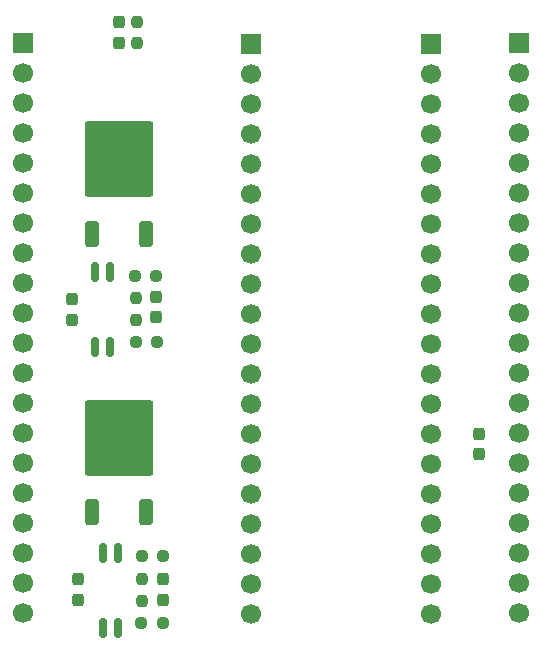
<source format=gbr>
%TF.GenerationSoftware,KiCad,Pcbnew,9.0.2*%
%TF.CreationDate,2025-06-04T20:07:21+07:00*%
%TF.ProjectId,Pneumatic,506e6575-6d61-4746-9963-2e6b69636164,rev?*%
%TF.SameCoordinates,Original*%
%TF.FileFunction,Soldermask,Top*%
%TF.FilePolarity,Negative*%
%FSLAX46Y46*%
G04 Gerber Fmt 4.6, Leading zero omitted, Abs format (unit mm)*
G04 Created by KiCad (PCBNEW 9.0.2) date 2025-06-04 20:07:21*
%MOMM*%
%LPD*%
G01*
G04 APERTURE LIST*
G04 Aperture macros list*
%AMRoundRect*
0 Rectangle with rounded corners*
0 $1 Rounding radius*
0 $2 $3 $4 $5 $6 $7 $8 $9 X,Y pos of 4 corners*
0 Add a 4 corners polygon primitive as box body*
4,1,4,$2,$3,$4,$5,$6,$7,$8,$9,$2,$3,0*
0 Add four circle primitives for the rounded corners*
1,1,$1+$1,$2,$3*
1,1,$1+$1,$4,$5*
1,1,$1+$1,$6,$7*
1,1,$1+$1,$8,$9*
0 Add four rect primitives between the rounded corners*
20,1,$1+$1,$2,$3,$4,$5,0*
20,1,$1+$1,$4,$5,$6,$7,0*
20,1,$1+$1,$6,$7,$8,$9,0*
20,1,$1+$1,$8,$9,$2,$3,0*%
G04 Aperture macros list end*
%ADD10RoundRect,0.237500X-0.237500X0.250000X-0.237500X-0.250000X0.237500X-0.250000X0.237500X0.250000X0*%
%ADD11RoundRect,0.237500X0.250000X0.237500X-0.250000X0.237500X-0.250000X-0.237500X0.250000X-0.237500X0*%
%ADD12RoundRect,0.237500X0.237500X-0.300000X0.237500X0.300000X-0.237500X0.300000X-0.237500X-0.300000X0*%
%ADD13R,1.700000X1.700000*%
%ADD14C,1.700000*%
%ADD15RoundRect,0.150000X0.150000X-0.662500X0.150000X0.662500X-0.150000X0.662500X-0.150000X-0.662500X0*%
%ADD16RoundRect,0.250000X0.350000X-0.850000X0.350000X0.850000X-0.350000X0.850000X-0.350000X-0.850000X0*%
%ADD17RoundRect,0.249997X2.650003X-2.950003X2.650003X2.950003X-2.650003X2.950003X-2.650003X-2.950003X0*%
%ADD18RoundRect,0.237500X0.237500X-0.287500X0.237500X0.287500X-0.237500X0.287500X-0.237500X-0.287500X0*%
%ADD19RoundRect,0.237500X0.237500X-0.250000X0.237500X0.250000X-0.237500X0.250000X-0.237500X-0.250000X0*%
%ADD20RoundRect,0.237500X-0.237500X0.287500X-0.237500X-0.287500X0.237500X-0.287500X0.237500X0.287500X0*%
G04 APERTURE END LIST*
D10*
%TO.C,R30*%
X105650000Y-67175000D03*
X105650000Y-69000000D03*
%TD*%
D11*
%TO.C,R20*%
X107845000Y-118125000D03*
X106020000Y-118125000D03*
%TD*%
D12*
%TO.C,C1*%
X134620000Y-103833000D03*
X134620000Y-102108000D03*
%TD*%
D13*
%TO.C,U1*%
X130556000Y-69088000D03*
D14*
X115336000Y-117348000D03*
X115336000Y-112268000D03*
X130556000Y-74168000D03*
D13*
X115336000Y-69088000D03*
D14*
X115336000Y-71628000D03*
X115336000Y-74168000D03*
X115336000Y-76708000D03*
X115336000Y-79248000D03*
X115336000Y-81788000D03*
X115336000Y-84328000D03*
X115336000Y-86868000D03*
X115336000Y-89408000D03*
X115336000Y-91948000D03*
X115336000Y-94488000D03*
X115336000Y-97028000D03*
X115336000Y-99568000D03*
X115336000Y-102108000D03*
X115336000Y-104648000D03*
X115336000Y-107188000D03*
X115336000Y-109728000D03*
X130556000Y-76708000D03*
X130556000Y-79248000D03*
X130556000Y-81788000D03*
X130556000Y-84328000D03*
X130556000Y-86868000D03*
X130556000Y-89408000D03*
X130556000Y-91948000D03*
X130556000Y-94488000D03*
X130556000Y-97028000D03*
X130556000Y-99568000D03*
X130556000Y-102108000D03*
X130556000Y-104648000D03*
X130556000Y-107188000D03*
X130556000Y-109728000D03*
X130556000Y-112268000D03*
X130556000Y-114808000D03*
X130556000Y-117348000D03*
X115336000Y-114808000D03*
X130556000Y-71628000D03*
%TD*%
D15*
%TO.C,U7*%
X102810000Y-118512500D03*
X104080000Y-118512500D03*
X104080000Y-112137500D03*
X102810000Y-112137500D03*
%TD*%
D16*
%TO.C,Q5*%
X101845000Y-85125000D03*
D17*
X104125000Y-78825000D03*
D16*
X106405000Y-85125000D03*
%TD*%
D18*
%TO.C,D12*%
X107845000Y-116125000D03*
X107845000Y-114375000D03*
%TD*%
%TO.C,D11*%
X107252500Y-92225000D03*
X107252500Y-90475000D03*
%TD*%
D19*
%TO.C,R28*%
X106045000Y-116225000D03*
X106045000Y-114400000D03*
%TD*%
D16*
%TO.C,Q6*%
X101845000Y-108725000D03*
D17*
X104125000Y-102425000D03*
D16*
X106405000Y-108725000D03*
%TD*%
D18*
%TO.C,D7*%
X100645000Y-116125000D03*
X100645000Y-114375000D03*
%TD*%
D11*
%TO.C,R25*%
X107277500Y-88725000D03*
X105452500Y-88725000D03*
%TD*%
D15*
%TO.C,U8*%
X102117500Y-94725000D03*
X103387500Y-94725000D03*
X103387500Y-88350000D03*
X102117500Y-88350000D03*
%TD*%
D19*
%TO.C,R29*%
X105552500Y-92425000D03*
X105552500Y-90600000D03*
%TD*%
D11*
%TO.C,R24*%
X107870000Y-112425000D03*
X106045000Y-112425000D03*
%TD*%
%TO.C,R21*%
X107377500Y-94325000D03*
X105552500Y-94325000D03*
%TD*%
D18*
%TO.C,D6*%
X100125000Y-92425000D03*
X100125000Y-90675000D03*
%TD*%
D20*
%TO.C,D8*%
X104125000Y-67225000D03*
X104125000Y-68975000D03*
%TD*%
D13*
%TO.C,J2*%
X138000000Y-69000000D03*
D14*
X138000000Y-71540000D03*
X138000000Y-74080000D03*
X138000000Y-76620000D03*
X138000000Y-79160000D03*
X138000000Y-81700000D03*
X138000000Y-84240000D03*
X138000000Y-86780000D03*
X138000000Y-89320000D03*
X138000000Y-91860000D03*
X138000000Y-94400000D03*
X138000000Y-96940000D03*
X138000000Y-99480000D03*
X138000000Y-102020000D03*
X138000000Y-104560000D03*
X138000000Y-107100000D03*
X138000000Y-109640000D03*
X138000000Y-112180000D03*
X138000000Y-114720000D03*
X138000000Y-117260000D03*
%TD*%
D13*
%TO.C,J1*%
X96000000Y-69000000D03*
D14*
X96000000Y-71540000D03*
X96000000Y-74080000D03*
X96000000Y-76620000D03*
X96000000Y-79160000D03*
X96000000Y-81700000D03*
X96000000Y-84240000D03*
X96000000Y-86780000D03*
X96000000Y-89320000D03*
X96000000Y-91860000D03*
X96000000Y-94400000D03*
X96000000Y-96940000D03*
X96000000Y-99480000D03*
X96000000Y-102020000D03*
X96000000Y-104560000D03*
X96000000Y-107100000D03*
X96000000Y-109640000D03*
X96000000Y-112180000D03*
X96000000Y-114720000D03*
X96000000Y-117260000D03*
%TD*%
M02*

</source>
